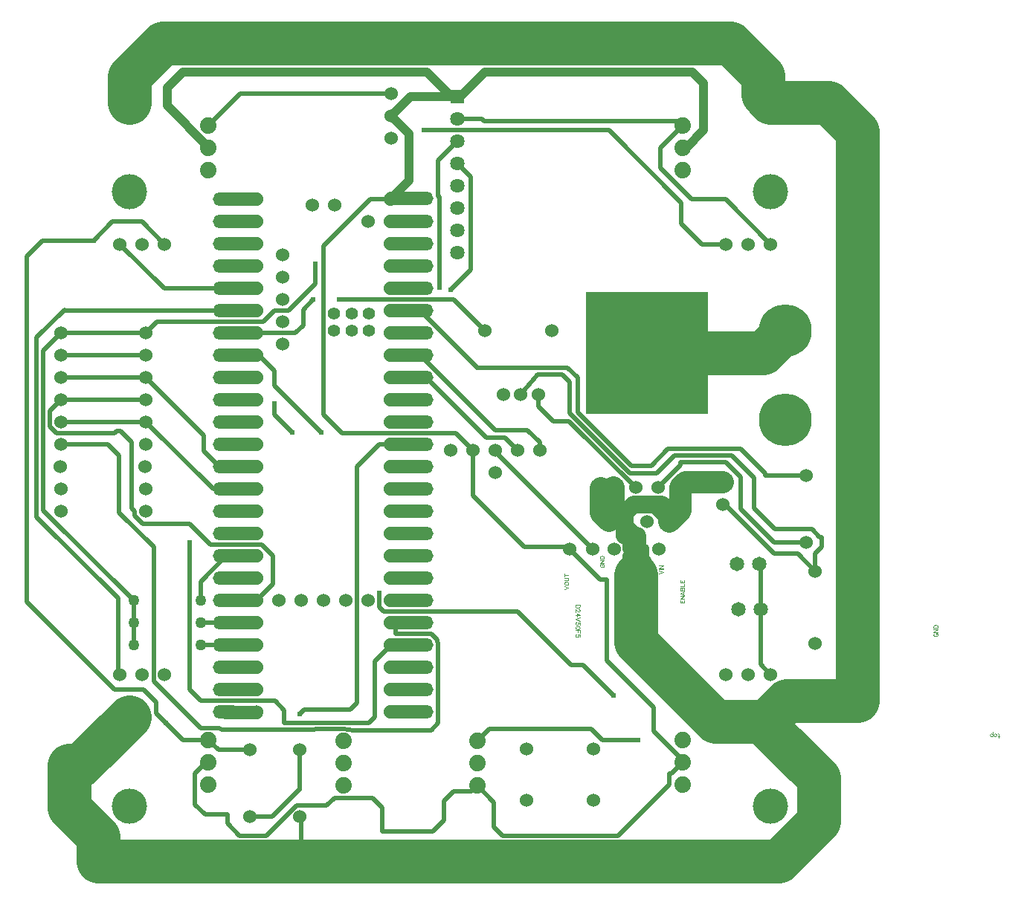
<source format=gtl>
G04 Layer: TopLayer*
G04 EasyEDA v6.5.47, 2024-09-27 14:37:58*
G04 50ea7e365bea4ea1a0dfe67087e7319b,c4deba93543447318b7234f01b5a2252,10*
G04 Gerber Generator version 0.2*
G04 Scale: 100 percent, Rotated: No, Reflected: No *
G04 Dimensions in millimeters *
G04 leading zeros omitted , absolute positions ,4 integer and 5 decimal *
%FSLAX45Y45*%
%MOMM*%

%ADD10C,0.1000*%
%ADD11C,0.1030*%
%ADD12C,0.0500*%
%ADD13C,0.5000*%
%ADD14C,1.0000*%
%ADD15C,5.0000*%
%ADD16C,2.5000*%
%ADD17C,2.0000*%
%ADD18C,1.5000*%
%ADD19R,14.0000X14.0000*%
%ADD20R,1.6332X1.6332*%
%ADD21C,1.6332*%
%ADD22C,1.5240*%
%ADD23C,1.6500*%
%ADD24C,1.8796*%
%ADD25C,4.0000*%
%ADD26C,6.0000*%
%ADD27R,1.5240X1.5240*%
%ADD28C,1.4000*%
%ADD29C,1.2600*%
%ADD30O,2.999994X1.499997*%
%ADD31C,0.6200*%
%ADD32C,0.0153*%

%LPD*%
D10*
X12096241Y-2222245D02*
G01*
X12096241Y-2183637D01*
X12093956Y-2176779D01*
X12089384Y-2174494D01*
X12084811Y-2174494D01*
X12103100Y-2206244D02*
G01*
X12087097Y-2206244D01*
X12058650Y-2206244D02*
G01*
X12063222Y-2203957D01*
X12067540Y-2199386D01*
X12069825Y-2192528D01*
X12069825Y-2187955D01*
X12067540Y-2181352D01*
X12063222Y-2176779D01*
X12058650Y-2174494D01*
X12051791Y-2174494D01*
X12047220Y-2176779D01*
X12042647Y-2181352D01*
X12040361Y-2187955D01*
X12040361Y-2192528D01*
X12042647Y-2199386D01*
X12047220Y-2203957D01*
X12051791Y-2206244D01*
X12058650Y-2206244D01*
X12025375Y-2206244D02*
G01*
X12025375Y-2158492D01*
X12025375Y-2199386D02*
G01*
X12020804Y-2203957D01*
X12016231Y-2206244D01*
X12009374Y-2206244D01*
X12004802Y-2203957D01*
X12000484Y-2199386D01*
X11998197Y-2192528D01*
X11998197Y-2187955D01*
X12000484Y-2181352D01*
X12004802Y-2176779D01*
X12009374Y-2174494D01*
X12016231Y-2174494D01*
X12020804Y-2176779D01*
X12025375Y-2181352D01*
D11*
X7327645Y-711200D02*
G01*
X7279893Y-711200D01*
X7327645Y-711200D02*
G01*
X7327645Y-727202D01*
X7325359Y-733805D01*
X7320788Y-738378D01*
X7316215Y-740663D01*
X7309358Y-742950D01*
X7297927Y-742950D01*
X7291070Y-740663D01*
X7286752Y-738378D01*
X7282179Y-733805D01*
X7279893Y-727202D01*
X7279893Y-711200D01*
X7316215Y-760221D02*
G01*
X7318502Y-760221D01*
X7323074Y-762507D01*
X7325359Y-764794D01*
X7327645Y-769365D01*
X7327645Y-778510D01*
X7325359Y-783081D01*
X7323074Y-785368D01*
X7318502Y-787654D01*
X7313929Y-787654D01*
X7309358Y-785368D01*
X7302500Y-780795D01*
X7279893Y-757936D01*
X7279893Y-789939D01*
X7327645Y-827531D02*
G01*
X7295641Y-804926D01*
X7295641Y-838962D01*
X7327645Y-827531D02*
G01*
X7279893Y-827531D01*
X7327645Y-853947D02*
G01*
X7279893Y-871981D01*
X7327645Y-890270D02*
G01*
X7279893Y-871981D01*
X7327645Y-932687D02*
G01*
X7327645Y-909828D01*
X7307072Y-907542D01*
X7309358Y-909828D01*
X7311643Y-916686D01*
X7311643Y-923544D01*
X7309358Y-930402D01*
X7304786Y-934720D01*
X7297927Y-937005D01*
X7293356Y-937005D01*
X7286752Y-934720D01*
X7282179Y-930402D01*
X7279893Y-923544D01*
X7279893Y-916686D01*
X7282179Y-909828D01*
X7284465Y-907542D01*
X7289038Y-905255D01*
X7327645Y-965707D02*
G01*
X7325359Y-958850D01*
X7318502Y-954278D01*
X7307072Y-951992D01*
X7300213Y-951992D01*
X7289038Y-954278D01*
X7282179Y-958850D01*
X7279893Y-965707D01*
X7279893Y-970279D01*
X7282179Y-977137D01*
X7289038Y-981710D01*
X7300213Y-983995D01*
X7307072Y-983995D01*
X7318502Y-981710D01*
X7325359Y-977137D01*
X7327645Y-970279D01*
X7327645Y-965707D01*
X7327645Y-998981D02*
G01*
X7279893Y-998981D01*
X7327645Y-998981D02*
G01*
X7327645Y-1028445D01*
X7304786Y-998981D02*
G01*
X7304786Y-1017015D01*
X7327645Y-1070863D02*
G01*
X7327645Y-1048004D01*
X7307072Y-1045718D01*
X7309358Y-1048004D01*
X7311643Y-1054862D01*
X7311643Y-1061720D01*
X7309358Y-1068578D01*
X7304786Y-1072895D01*
X7297927Y-1075181D01*
X7293356Y-1075181D01*
X7286752Y-1072895D01*
X7282179Y-1068578D01*
X7279893Y-1061720D01*
X7279893Y-1054862D01*
X7282179Y-1048004D01*
X7284465Y-1045718D01*
X7289038Y-1043431D01*
D12*
X7150354Y-533400D02*
G01*
X7198106Y-515112D01*
X7150354Y-497078D02*
G01*
X7198106Y-515112D01*
X7150354Y-468376D02*
G01*
X7152640Y-472947D01*
X7157211Y-477520D01*
X7161784Y-479805D01*
X7168641Y-482092D01*
X7180072Y-482092D01*
X7186929Y-479805D01*
X7191247Y-477520D01*
X7195820Y-472947D01*
X7198106Y-468376D01*
X7198106Y-459231D01*
X7195820Y-454660D01*
X7191247Y-450342D01*
X7186929Y-448055D01*
X7180072Y-445770D01*
X7168641Y-445770D01*
X7161784Y-448055D01*
X7157211Y-450342D01*
X7152640Y-454660D01*
X7150354Y-459231D01*
X7150354Y-468376D01*
X7150354Y-430784D02*
G01*
X7184643Y-430784D01*
X7191247Y-428497D01*
X7195820Y-423926D01*
X7198106Y-417068D01*
X7198106Y-412495D01*
X7195820Y-405637D01*
X7191247Y-401065D01*
X7184643Y-398779D01*
X7150354Y-398779D01*
X7150354Y-368045D02*
G01*
X7198106Y-368045D01*
X7150354Y-383794D02*
G01*
X7150354Y-352044D01*
X7568184Y-245363D02*
G01*
X7563611Y-247650D01*
X7559040Y-252221D01*
X7556754Y-256794D01*
X7556754Y-265684D01*
X7559040Y-270255D01*
X7563611Y-274828D01*
X7568184Y-277113D01*
X7575041Y-279400D01*
X7586472Y-279400D01*
X7593329Y-277113D01*
X7597647Y-274828D01*
X7602220Y-270255D01*
X7604506Y-265684D01*
X7604506Y-256794D01*
X7602220Y-252221D01*
X7597647Y-247650D01*
X7593329Y-245363D01*
X7586472Y-245363D01*
X7586472Y-256794D02*
G01*
X7586472Y-245363D01*
X7556754Y-230378D02*
G01*
X7604506Y-230378D01*
X7556754Y-230378D02*
G01*
X7604506Y-198373D01*
X7556754Y-198373D02*
G01*
X7604506Y-198373D01*
X7556754Y-183387D02*
G01*
X7604506Y-183387D01*
X7556754Y-183387D02*
G01*
X7556754Y-167639D01*
X7559040Y-160781D01*
X7563611Y-156210D01*
X7568184Y-153923D01*
X7575041Y-151637D01*
X7586472Y-151637D01*
X7593329Y-153923D01*
X7597647Y-156210D01*
X7602220Y-160781D01*
X7604506Y-167639D01*
X7604506Y-183387D01*
X11365484Y-1032763D02*
G01*
X11360911Y-1035050D01*
X11356340Y-1039621D01*
X11354054Y-1044194D01*
X11354054Y-1053084D01*
X11356340Y-1057655D01*
X11360911Y-1062228D01*
X11365484Y-1064513D01*
X11372341Y-1066800D01*
X11383772Y-1066800D01*
X11390629Y-1064513D01*
X11394947Y-1062228D01*
X11399520Y-1057655D01*
X11401806Y-1053084D01*
X11401806Y-1044194D01*
X11399520Y-1039621D01*
X11394947Y-1035050D01*
X11390629Y-1032763D01*
X11383772Y-1032763D01*
X11383772Y-1044194D02*
G01*
X11383772Y-1032763D01*
X11354054Y-1017778D02*
G01*
X11401806Y-1017778D01*
X11354054Y-1017778D02*
G01*
X11401806Y-985773D01*
X11354054Y-985773D02*
G01*
X11401806Y-985773D01*
X11354054Y-970787D02*
G01*
X11401806Y-970787D01*
X11354054Y-970787D02*
G01*
X11354054Y-955039D01*
X11356340Y-948181D01*
X11360911Y-943610D01*
X11365484Y-941323D01*
X11372341Y-939037D01*
X11383772Y-939037D01*
X11390629Y-941323D01*
X11394947Y-943610D01*
X11399520Y-948181D01*
X11401806Y-955039D01*
X11401806Y-970787D01*
X8229854Y-355600D02*
G01*
X8277606Y-337312D01*
X8229854Y-319278D02*
G01*
X8277606Y-337312D01*
X8229854Y-304292D02*
G01*
X8277606Y-304292D01*
X8229854Y-289305D02*
G01*
X8277606Y-289305D01*
X8229854Y-289305D02*
G01*
X8277606Y-257302D01*
X8229854Y-257302D02*
G01*
X8277606Y-257302D01*
X8471154Y-685800D02*
G01*
X8518906Y-685800D01*
X8471154Y-685800D02*
G01*
X8471154Y-656336D01*
X8494013Y-685800D02*
G01*
X8494013Y-667512D01*
X8518906Y-685800D02*
G01*
X8518906Y-656336D01*
X8471154Y-641350D02*
G01*
X8518906Y-641350D01*
X8471154Y-641350D02*
G01*
X8518906Y-609345D01*
X8471154Y-609345D02*
G01*
X8518906Y-609345D01*
X8471154Y-576326D02*
G01*
X8518906Y-594360D01*
X8471154Y-576326D02*
G01*
X8518906Y-558037D01*
X8503158Y-587502D02*
G01*
X8503158Y-564895D01*
X8471154Y-543052D02*
G01*
X8518906Y-543052D01*
X8471154Y-543052D02*
G01*
X8471154Y-522731D01*
X8473440Y-515873D01*
X8475725Y-513587D01*
X8480297Y-511302D01*
X8484870Y-511302D01*
X8489441Y-513587D01*
X8491727Y-515873D01*
X8494013Y-522731D01*
X8494013Y-543052D02*
G01*
X8494013Y-522731D01*
X8496300Y-515873D01*
X8498586Y-513587D01*
X8503158Y-511302D01*
X8509761Y-511302D01*
X8514334Y-513587D01*
X8516620Y-515873D01*
X8518906Y-522731D01*
X8518906Y-543052D01*
X8471154Y-496315D02*
G01*
X8518906Y-496315D01*
X8518906Y-496315D02*
G01*
X8518906Y-468884D01*
X8471154Y-453897D02*
G01*
X8518906Y-453897D01*
X8471154Y-453897D02*
G01*
X8471154Y-424434D01*
X8494013Y-453897D02*
G01*
X8494013Y-435863D01*
X8518906Y-453897D02*
G01*
X8518906Y-424434D01*
D13*
X9499981Y-1499996D02*
G01*
X9385300Y-1385315D01*
X9385300Y-762000D01*
X9372600Y-241300D02*
G01*
X9385300Y-254000D01*
X9385300Y-762000D01*
X5168900Y-914400D02*
G01*
X5232400Y-977900D01*
X5232400Y-1041400D01*
X5638800Y-1041400D01*
X5702300Y-1104900D01*
X5702300Y-1130300D01*
X5715000Y-1143000D01*
X5715000Y-2057400D01*
X5636768Y-2135631D01*
X4764531Y-2135631D01*
X3100070Y-2500121D02*
G01*
X3075431Y-2500121D01*
X2946400Y-2629154D01*
X2946400Y-2984500D01*
X3060700Y-3098800D01*
X3314700Y-3098800D01*
X3314700Y-3200400D01*
X3454400Y-3340100D01*
X3759200Y-3340100D01*
X4102100Y-2997200D01*
X4445000Y-2997200D01*
X4533900Y-2908300D01*
X3568700Y-3124200D02*
G01*
X3822700Y-3124200D01*
X4127500Y-2819400D01*
X4140200Y-2819400D01*
X4140200Y-2362200D01*
X4140200Y-3124200D02*
G01*
X4156062Y-3140062D01*
X4156062Y-3632200D01*
X1435100Y1244600D02*
G01*
X1371600Y1244600D01*
X1295400Y1320800D01*
X1295400Y1504187D01*
X1421129Y1629918D01*
X2247900Y-660400D02*
G01*
X1219200Y368300D01*
X1219200Y2189987D01*
X1421129Y2391918D01*
X2091943Y-1499870D02*
G01*
X2070100Y-1478026D01*
X2070100Y-635000D01*
X1143000Y292100D01*
X1143000Y2336800D01*
X1460500Y2654300D01*
X1473200Y2641600D01*
X3302000Y2641600D01*
X3644900Y-660400D02*
G01*
X3835400Y-469900D01*
X3835400Y-152400D01*
X3708400Y-25400D01*
X3124200Y-25400D01*
X2882900Y215900D01*
X2349500Y215900D01*
X2260600Y304800D01*
X2260600Y355600D01*
X2222500Y393700D01*
X2222500Y1143000D01*
X2095500Y1270000D01*
X2057400Y1270000D01*
X2032000Y1244600D01*
X1435100Y1244600D01*
X2386406Y1375994D02*
G01*
X3152800Y609600D01*
X3302000Y609600D01*
X2386406Y1883994D02*
G01*
X3048000Y1222400D01*
X3048000Y1041400D01*
X3225800Y863600D01*
X3302000Y863600D01*
X2091994Y3399993D02*
G01*
X2596388Y2895600D01*
X3302000Y2895600D01*
X2386406Y2391994D02*
G01*
X2509011Y2514600D01*
X3721100Y2514600D01*
X3848100Y2641600D01*
X4013200Y2641600D01*
X4318000Y2946400D01*
X4318000Y3175000D01*
X2247900Y-660400D02*
G01*
X2247900Y-914400D01*
X2247900Y-1168400D02*
G01*
X2247900Y-914400D01*
X3009900Y-1168400D02*
G01*
X3302000Y-1168400D01*
X3009900Y-914400D02*
G01*
X3302000Y-914400D01*
X3009900Y-660400D02*
G01*
X3009900Y-444500D01*
X3302000Y-152400D01*
X1421206Y1375994D02*
G01*
X2386406Y1375994D01*
X1421206Y1629994D02*
G01*
X2386406Y1629994D01*
X1421206Y1883994D02*
G01*
X2386406Y1883994D01*
X1421206Y2137994D02*
G01*
X2386406Y2137994D01*
X1421206Y2391994D02*
G01*
X2386406Y2391994D01*
X6108700Y1054100D02*
G01*
X5918200Y1244600D01*
X4622800Y1244600D01*
X4406900Y1460500D01*
X4406900Y3378200D01*
X4940300Y3911600D01*
X5168900Y3911600D01*
X6159500Y-2768600D02*
G01*
X6350000Y-2959100D01*
X6350000Y-3238500D01*
X6451600Y-3340100D01*
X7759700Y-3340100D01*
X8343900Y-2755900D01*
X8343900Y-2628900D01*
X8371077Y-2628900D01*
X8499983Y-2499995D01*
X4533900Y-2908300D02*
G01*
X4965700Y-2908300D01*
X5080000Y-3022600D01*
X5080000Y-3289300D01*
X5651500Y-3289300D01*
X5778500Y-3162300D01*
X5778500Y-2946400D01*
X5892800Y-2832100D01*
X6096000Y-2832100D01*
X6159500Y-2768600D01*
X8499983Y-2499995D02*
G01*
X8499983Y-2480182D01*
X8166100Y-2146300D01*
X8166100Y-1879600D01*
X7632700Y-1346200D01*
X7632700Y-419100D01*
X7555001Y-419100D01*
X7212101Y-76200D01*
X6108700Y1054100D02*
G01*
X6108700Y533400D01*
X6692900Y-50800D01*
X7186701Y-50800D01*
X7212101Y-76200D01*
D14*
X8499983Y4499990D02*
G01*
X8538590Y4499990D01*
X8737600Y4699000D01*
X8737600Y5232400D01*
X8610600Y5359400D01*
X6248400Y5359400D01*
X5969000Y5080000D01*
X5930900Y5080000D01*
D15*
X2199995Y5015992D02*
G01*
X2199995Y5311495D01*
X2578100Y5689600D01*
X9042400Y5689600D01*
X9410700Y5321300D01*
X9410700Y5105272D01*
X9499981Y5015992D01*
X9499981Y5015992D02*
G01*
X10160508Y5015992D01*
X10490200Y4686300D01*
X10490200Y-1803400D01*
X9680575Y-1803400D01*
X9499981Y-1983994D01*
X9499981Y-1983994D02*
G01*
X9499981Y-2133980D01*
X10045700Y-2679700D01*
X10045700Y-3175000D01*
X9588500Y-3632200D01*
X1841500Y-3632200D01*
X1841500Y-3352800D01*
X1511300Y-3022600D01*
X1511300Y-2540000D01*
X1643989Y-2540000D01*
X2199995Y-1983994D01*
X9664700Y2413000D02*
G01*
X9410700Y2159000D01*
X8089900Y2159000D01*
D16*
X8470900Y626821D02*
G01*
X8529878Y685800D01*
X8953500Y685800D01*
X8470900Y626821D02*
G01*
X8470900Y363804D01*
X8343900Y236804D01*
X8343900Y236804D02*
G01*
X8343900Y317500D01*
X8248853Y412546D01*
D17*
X7835900Y236804D02*
G01*
X7835900Y330200D01*
X7937500Y431800D01*
X8248853Y431800D01*
X7835900Y236804D02*
G01*
X7835900Y190500D01*
X7962900Y63500D01*
X7962900Y-64998D01*
X7974101Y-76200D01*
X7835900Y236804D02*
G01*
X7835900Y76504D01*
X7984997Y76504D01*
X7984997Y-65303D01*
X7974101Y-76200D01*
D14*
X7835900Y76504D02*
G01*
X7835900Y62001D01*
X7974101Y-76200D01*
X7974101Y-76200D02*
G01*
X7861782Y-76200D01*
X7861782Y76504D01*
X7974101Y-152400D02*
G01*
X8064500Y-152400D01*
X8064500Y-65303D01*
X7974075Y-152400D02*
G01*
X7861808Y-152400D01*
X7861808Y-203200D01*
X8089900Y-203200D01*
X7835900Y236804D02*
G01*
X7835900Y76504D01*
D16*
X7708900Y626871D02*
G01*
X7708900Y292100D01*
X7664450Y247650D01*
X7569200Y342900D01*
X7569200Y622300D01*
D18*
X3644900Y3657600D02*
G01*
X3302000Y3657600D01*
X3644900Y3403600D02*
G01*
X3302000Y3403600D01*
X3644900Y3149600D02*
G01*
X3302000Y3149600D01*
X3644900Y2895600D02*
G01*
X3302000Y2895600D01*
X3302000Y2641600D02*
G01*
X3644900Y2641600D01*
X3644900Y2387600D02*
G01*
X3302000Y2387600D01*
X3302000Y2133600D02*
G01*
X3644900Y2133600D01*
X3644900Y1879600D02*
G01*
X3302000Y1879600D01*
X3302000Y1625600D02*
G01*
X3644900Y1625600D01*
X3644900Y1371600D02*
G01*
X3302000Y1371600D01*
X3302000Y1117600D02*
G01*
X3644900Y1117600D01*
X3644900Y863600D02*
G01*
X3302000Y863600D01*
X3644900Y609600D02*
G01*
X3302000Y609600D01*
X3302000Y355600D02*
G01*
X3644900Y355600D01*
X3644900Y101600D02*
G01*
X3302000Y101600D01*
X3302000Y-152400D02*
G01*
X3644900Y-152400D01*
X3644900Y-406400D02*
G01*
X3302000Y-406400D01*
X3644900Y-660400D02*
G01*
X3302000Y-660400D01*
X3302000Y-914400D02*
G01*
X3644900Y-914400D01*
X3644900Y-1168400D02*
G01*
X3302000Y-1168400D01*
X3302000Y-1422400D02*
G01*
X3644900Y-1422400D01*
X3644900Y-1676400D02*
G01*
X3302000Y-1676400D01*
X3302000Y-1936750D02*
G01*
X3644900Y-1936750D01*
X5168900Y-1930400D02*
G01*
X5511800Y-1930400D01*
X5168900Y-1676400D02*
G01*
X5511800Y-1676400D01*
X5168900Y-1422400D02*
G01*
X5511800Y-1422400D01*
X5168900Y-1168400D02*
G01*
X5511800Y-1168400D01*
X5168900Y-914400D02*
G01*
X5511800Y-914400D01*
X5168900Y-660400D02*
G01*
X5511800Y-660400D01*
X5168900Y-406400D02*
G01*
X5511800Y-406400D01*
X5168900Y-152400D02*
G01*
X5511800Y-152400D01*
X5168900Y101600D02*
G01*
X5511800Y101600D01*
X5168900Y355600D02*
G01*
X5511800Y355600D01*
X5168900Y609600D02*
G01*
X5511800Y609600D01*
X5168900Y863600D02*
G01*
X5511800Y863600D01*
X5168900Y1117600D02*
G01*
X5511800Y1117600D01*
X5168900Y1371600D02*
G01*
X5511800Y1371600D01*
X5168900Y1625600D02*
G01*
X5511800Y1625600D01*
X5168900Y1879600D02*
G01*
X5511800Y1879600D01*
X5168900Y2133600D02*
G01*
X5511800Y2133600D01*
X5168900Y2387600D02*
G01*
X5511800Y2387600D01*
X5168900Y2641600D02*
G01*
X5511800Y2641600D01*
X3302000Y3911600D02*
G01*
X3644900Y3911600D01*
X5168900Y2895600D02*
G01*
X5511800Y2895600D01*
X5168900Y3149600D02*
G01*
X5511800Y3149600D01*
X5168900Y3403600D02*
G01*
X5511800Y3403600D01*
X5168900Y3657600D02*
G01*
X5511800Y3657600D01*
X5168900Y3911600D02*
G01*
X5181600Y3924300D01*
X5511800Y3924300D01*
D14*
X5930900Y5080000D02*
G01*
X5397500Y5080000D01*
X5181600Y4864100D01*
X5181600Y4864100D02*
G01*
X5384800Y4660900D01*
X5384800Y4127500D01*
X5168900Y3911600D01*
X3099993Y4499990D02*
G01*
X3099993Y4507306D01*
X2628900Y4978400D01*
X2628900Y5181600D01*
X2806700Y5359400D01*
X5588000Y5359400D01*
X5867400Y5080000D01*
X5930900Y5080000D01*
D13*
X9906000Y0D02*
G01*
X9537700Y0D01*
X9156700Y381000D01*
X9156700Y749300D01*
X8991600Y914400D01*
X8470900Y914400D01*
X8470900Y880821D01*
X8216900Y626821D01*
X10007600Y-324104D02*
G01*
X9810495Y-127000D01*
X9537700Y-127000D01*
X8978900Y431800D01*
X8953500Y431800D01*
X6248400Y2413000D02*
G01*
X5892800Y2768600D01*
X5740400Y2768600D01*
X4991100Y2768600D01*
X4584700Y2768600D01*
X4292600Y2768600D02*
G01*
X4178300Y2654300D01*
X4178300Y2476500D01*
X4089400Y2387600D01*
X3644900Y2387600D01*
X5930900Y4572000D02*
G01*
X5715000Y4356100D01*
X5715000Y3949700D01*
X5727700Y3937000D01*
X5727700Y2908300D01*
X5511800Y2133600D02*
G01*
X6362700Y1282700D01*
X6731000Y1282700D01*
X6870700Y1143000D01*
X6870700Y1054100D01*
X6616700Y1054100D02*
G01*
X6477000Y1193800D01*
X6261100Y1193800D01*
X5575300Y1879600D01*
X5511800Y1879600D01*
X5854700Y2882900D02*
G01*
X6083300Y3111500D01*
X6083300Y4165600D01*
X5930900Y4318000D01*
X4140200Y-1955800D02*
G01*
X4191000Y-1905000D01*
X4711700Y-1905000D01*
X4787900Y-1828800D01*
X4787900Y863600D01*
X5041900Y1117600D01*
X5168900Y1117600D01*
X4381500Y1257300D02*
G01*
X3848100Y1790700D01*
X3848100Y1955800D01*
X3670300Y2133600D01*
X3644900Y2133600D01*
X7708900Y-1739900D02*
G01*
X7366000Y-1397000D01*
X7226300Y-1397000D01*
X6616700Y-787400D01*
X5626100Y-787400D01*
X5092700Y-787400D01*
X5041900Y-736600D01*
X5041900Y-571500D01*
X4051300Y1257300D02*
G01*
X3848100Y1460500D01*
X3848100Y1587500D01*
X3099993Y4753990D02*
G01*
X3464102Y5118100D01*
X5181600Y5118100D01*
X8992108Y3400044D02*
G01*
X8715756Y3400044D01*
X8483600Y3632200D01*
X8483600Y3873500D01*
X7658100Y4699000D01*
X5549900Y4699000D01*
X9499981Y3399993D02*
G01*
X8988374Y3911600D01*
X8597900Y3911600D01*
X8242300Y4267200D01*
X8242300Y4496307D01*
X8499983Y4753990D01*
X8499983Y4753990D02*
G01*
X8453374Y4800600D01*
X6235700Y4800600D01*
X6210300Y4826000D01*
X5930900Y4826000D01*
X1790700Y3441700D02*
G01*
X2006600Y3657600D01*
X2342388Y3657600D01*
X2599994Y3399993D01*
X2616200Y-2057400D02*
G01*
X2804795Y-2245995D01*
X3099993Y-2245995D01*
X2616200Y-2057400D02*
G01*
X2501900Y-1943100D01*
X2501900Y-1816100D01*
X2362200Y-1676400D01*
X2032000Y-1676400D01*
X1028700Y-673100D01*
X1028700Y3263900D01*
X1206500Y3441700D01*
X1790700Y3441700D01*
X3099993Y-2245995D02*
G01*
X3216198Y-2362200D01*
X3568700Y-2362200D01*
X7476109Y-76200D02*
G01*
X6362700Y1037209D01*
X6362700Y1054100D01*
X7988300Y-2245995D02*
G01*
X7579995Y-2245995D01*
X7454900Y-2120900D01*
X6299200Y-2120900D01*
X6159500Y-2260600D01*
X9906000Y762000D02*
G01*
X9436100Y762000D01*
X9436100Y787400D01*
X9156700Y1066800D01*
X8331200Y1066800D01*
X8140700Y876300D01*
X7912100Y876300D01*
X7302500Y1485900D01*
X7302500Y1879600D01*
X7188200Y1993900D01*
X6154927Y1993900D01*
X6154927Y1998471D01*
X5511800Y2641600D01*
X10007600Y-324104D02*
G01*
X10007600Y-127000D01*
X10083800Y-50800D01*
X10083800Y63500D01*
X10058400Y63500D01*
X9969500Y152400D01*
X9550400Y152400D01*
X9309100Y393700D01*
X9309100Y736600D01*
X9055100Y990600D01*
X8407400Y990600D01*
X8204200Y787400D01*
X7899400Y787400D01*
X7213600Y1473200D01*
X7213600Y1828800D01*
X7124700Y1917700D01*
X6845300Y1917700D01*
X6654800Y1689100D01*
X7962900Y626871D02*
G01*
X7205472Y1384300D01*
X7023100Y1384300D01*
X6858000Y1549400D01*
X6858000Y1685797D01*
X6854697Y1689100D01*
X5168900Y-1174750D02*
G01*
X4991100Y-1352550D01*
X4991100Y-1987550D01*
X4927600Y-2051050D01*
X3964520Y-2051050D01*
X3964520Y-1907115D01*
X3860800Y-1803400D01*
X3009900Y-1803400D01*
X3009900Y-1797161D01*
X2882900Y-1670161D01*
X2882900Y-6350D01*
X4764531Y-2135631D02*
G01*
X4679188Y-2133600D01*
X4648200Y-2120900D01*
X4644948Y-2120900D01*
X4318000Y-2120900D01*
X4305300Y-2133600D01*
X3251200Y-2133600D01*
X3227730Y-2110130D01*
X3009900Y-2110130D01*
X2476500Y-1576730D01*
X2476500Y-50800D01*
X2082800Y342900D01*
X2082800Y990600D01*
X1951405Y1121994D01*
X1421206Y1121994D01*
D15*
X9500108Y-2034794D02*
G01*
X8867393Y-2034794D01*
X7962900Y-1130300D01*
X7962900Y-367284D01*
D19*
G01*
X8089900Y2159000D03*
D20*
G01*
X5930900Y5080000D03*
D21*
G01*
X5930900Y4826000D03*
G01*
X5930900Y4572000D03*
G01*
X5930900Y4318000D03*
G01*
X5930900Y4064000D03*
G01*
X5930900Y3810000D03*
G01*
X5930900Y3556000D03*
G01*
X5930900Y3302000D03*
D22*
G01*
X6248400Y2413000D03*
G01*
X7010400Y2413000D03*
D23*
G01*
X9131300Y-762000D03*
G01*
X9385300Y-762000D03*
G01*
X9118600Y-241300D03*
G01*
X9372600Y-241300D03*
D24*
G01*
X3099993Y4245990D03*
G01*
X3099993Y4499990D03*
G01*
X3099993Y4753990D03*
G01*
X8499983Y4245990D03*
G01*
X8499983Y4499990D03*
G01*
X8499983Y4753990D03*
G01*
X8499983Y-2753995D03*
G01*
X8499983Y-2499995D03*
G01*
X8499983Y-2245995D03*
G01*
X3099993Y-2753995D03*
G01*
X3099993Y-2499995D03*
G01*
X3099993Y-2245995D03*
D22*
G01*
X4140200Y-3124200D03*
G01*
X4140200Y-2362200D03*
G01*
X6718300Y-2349500D03*
G01*
X7480300Y-2349500D03*
G01*
X3568700Y-3124200D03*
G01*
X3568700Y-2362200D03*
G01*
X6718300Y-2933700D03*
G01*
X7480300Y-2933700D03*
G01*
X8953500Y431800D03*
G01*
X8953500Y685800D03*
G01*
X2599994Y3399993D03*
G01*
X2345994Y3399993D03*
G01*
X2091994Y3399993D03*
G01*
X5181600Y5118100D03*
G01*
X5181600Y4864100D03*
G01*
X5181600Y4610100D03*
G01*
X9499981Y3399993D03*
G01*
X9245981Y3399993D03*
G01*
X8991981Y3399993D03*
G01*
X9499981Y-1499996D03*
G01*
X9245981Y-1499996D03*
G01*
X8991981Y-1499996D03*
G01*
X2599994Y-1499996D03*
G01*
X2345994Y-1499996D03*
G01*
X2091994Y-1499996D03*
D25*
G01*
X2199995Y3999992D03*
G01*
X2199995Y5015992D03*
G01*
X2199995Y-2999994D03*
G01*
X2199995Y-1983994D03*
G01*
X9499981Y3999992D03*
G01*
X9499981Y5015992D03*
G01*
X9499981Y-2999994D03*
G01*
X9499981Y-1983994D03*
D26*
G01*
X9664700Y1397000D03*
G01*
X9664700Y2413000D03*
D27*
G01*
X7708900Y626821D03*
D22*
G01*
X7835900Y236804D03*
G01*
X7962900Y626821D03*
G01*
X8089900Y236804D03*
G01*
X8216900Y626821D03*
G01*
X8343900Y236804D03*
G01*
X8470900Y626821D03*
G01*
X10007600Y-1149095D03*
G01*
X10007600Y-324104D03*
G01*
X6454800Y1689100D03*
G01*
X6654800Y1689100D03*
G01*
X6854799Y1689100D03*
G01*
X9906000Y0D03*
G01*
X9906000Y762000D03*
G01*
X3644900Y-1930400D03*
G01*
X3644900Y-1422400D03*
G01*
X3644900Y-1168400D03*
G01*
X3644900Y-1676400D03*
G01*
X3644900Y-914400D03*
G01*
X5168900Y-1676400D03*
G01*
X5168900Y-1930400D03*
G01*
X3644900Y-660400D03*
G01*
X3898900Y-660400D03*
G01*
X4152900Y-660400D03*
G01*
X4406900Y-660400D03*
G01*
X4660900Y-660400D03*
G01*
X4914900Y-660400D03*
G01*
X5168900Y-660400D03*
G01*
X5168900Y-914400D03*
G01*
X5168900Y-1168400D03*
G01*
X5168900Y-1422400D03*
G01*
X3644900Y-406400D03*
G01*
X3644900Y101600D03*
G01*
X3644900Y355600D03*
G01*
X3644900Y609600D03*
G01*
X3644900Y863600D03*
G01*
X3644900Y1117600D03*
G01*
X3644900Y1371600D03*
G01*
X3644900Y1625600D03*
G01*
X3644900Y1879600D03*
G01*
X3644900Y2133600D03*
G01*
X3644900Y2387600D03*
G01*
X3644900Y2641600D03*
G01*
X3644900Y2895600D03*
G01*
X3644900Y3149600D03*
G01*
X3644900Y3403600D03*
G01*
X3644900Y3657600D03*
G01*
X3644900Y3911600D03*
G01*
X5168900Y3911600D03*
G01*
X5168900Y3657600D03*
G01*
X5168900Y3403600D03*
G01*
X5168900Y3149600D03*
G01*
X5168900Y2895600D03*
G01*
X5168900Y2641600D03*
G01*
X5168900Y2387600D03*
G01*
X5168900Y2133600D03*
G01*
X5168900Y1879600D03*
G01*
X5168900Y1625600D03*
G01*
X5168900Y1371600D03*
G01*
X5168900Y1117600D03*
G01*
X5168900Y863600D03*
G01*
X5168900Y609600D03*
G01*
X5168900Y355600D03*
G01*
X5168900Y101600D03*
G01*
X5168900Y-406400D03*
G01*
X4914900Y3657600D03*
D28*
G01*
X4728895Y2614599D03*
G01*
X4928895Y2414600D03*
G01*
X4928895Y2614599D03*
D22*
G01*
X5168900Y-152400D03*
G01*
X3644900Y-152400D03*
G01*
X4279900Y3850589D03*
G01*
X4533900Y3850589D03*
G01*
X3944899Y3276600D03*
G01*
X3944899Y3022600D03*
G01*
X3944899Y2768600D03*
G01*
X3944899Y2514600D03*
G01*
X3944899Y2260600D03*
D28*
G01*
X4528896Y2614599D03*
G01*
X4728895Y2414600D03*
G01*
X4528896Y2414600D03*
D22*
G01*
X5854700Y1054100D03*
G01*
X6108700Y1054100D03*
G01*
X6362700Y1054100D03*
G01*
X6616700Y1054100D03*
G01*
X6870700Y1054100D03*
G01*
X6362700Y800100D03*
G01*
X7974101Y-76200D03*
G01*
X8228101Y-76200D03*
G01*
X7476109Y-76200D03*
G01*
X7720101Y-76200D03*
G01*
X7212101Y-76200D03*
D29*
G01*
X2247900Y-660400D03*
G01*
X3009900Y-660400D03*
G01*
X2247900Y-914400D03*
G01*
X3009900Y-914400D03*
G01*
X2247900Y-1168400D03*
G01*
X3009900Y-1168400D03*
D22*
G01*
X2386406Y359994D03*
G01*
X2386406Y613994D03*
G01*
X2373706Y867994D03*
G01*
X2386406Y1121994D03*
G01*
X2386406Y1375994D03*
G01*
X2386406Y1629994D03*
G01*
X2386406Y1883994D03*
G01*
X2386406Y2137994D03*
G01*
X2386406Y2391994D03*
G01*
X1421206Y359994D03*
G01*
X1421206Y613994D03*
G01*
X1408506Y867994D03*
G01*
X1421206Y1121994D03*
G01*
X1421206Y1375994D03*
G01*
X1421206Y1629994D03*
G01*
X1421206Y1883994D03*
G01*
X1421206Y2137994D03*
G01*
X1421206Y2391994D03*
D24*
G01*
X4635500Y-2260600D03*
G01*
X4635500Y-2514600D03*
G01*
X4635500Y-2768600D03*
G01*
X6159500Y-2260600D03*
G01*
X6159500Y-2514600D03*
G01*
X6159500Y-2768600D03*
D30*
G01*
X3302000Y863600D03*
G01*
X3302000Y1117600D03*
G01*
X3302000Y1371600D03*
G01*
X3302000Y1625600D03*
G01*
X3302000Y1879600D03*
G01*
X3302000Y2133600D03*
G01*
X3302000Y2387600D03*
G01*
X3302000Y2641600D03*
G01*
X3302000Y2895600D03*
G01*
X3302000Y3149600D03*
G01*
X3302000Y3403600D03*
G01*
X3302000Y3657600D03*
G01*
X3302000Y3911600D03*
G01*
X3302000Y609600D03*
G01*
X3302000Y355600D03*
G01*
X3302000Y101600D03*
G01*
X3302000Y-152400D03*
G01*
X3302000Y-406400D03*
G01*
X3302000Y-660400D03*
G01*
X3302000Y-914400D03*
G01*
X3302000Y-1168400D03*
G01*
X3302000Y-1422400D03*
G01*
X3302000Y-1676400D03*
G01*
X3302000Y-1930400D03*
G01*
X5511800Y3657600D03*
G01*
X5511800Y3403600D03*
G01*
X5511800Y3149600D03*
G01*
X5511800Y2895600D03*
G01*
X5511800Y2641600D03*
G01*
X5511800Y2387600D03*
G01*
X5511800Y2133600D03*
G01*
X5511800Y1879600D03*
G01*
X5511800Y1625600D03*
G01*
X5511800Y1371600D03*
G01*
X5511800Y1117600D03*
G01*
X5511800Y863600D03*
G01*
X5511800Y609600D03*
G01*
X5511800Y355600D03*
G01*
X5511800Y101600D03*
G01*
X5511800Y-152400D03*
G01*
X5511800Y-406400D03*
G01*
X5511800Y-660400D03*
G01*
X5511800Y-914400D03*
G01*
X5511800Y-1168400D03*
G01*
X5511800Y-1422400D03*
G01*
X5511800Y-1676400D03*
G01*
X5511800Y-1930400D03*
G01*
X5511800Y3924300D03*
D31*
G01*
X4318000Y3175000D03*
G01*
X2882900Y0D03*
G01*
X4584700Y2768600D03*
G01*
X4292600Y2768600D03*
G01*
X5727700Y2908300D03*
G01*
X5854700Y2882900D03*
G01*
X5549900Y4699000D03*
G01*
X4140200Y-1955800D03*
G01*
X4381500Y1257300D03*
G01*
X7708900Y-1739900D03*
G01*
X5041900Y-571500D03*
G01*
X4051300Y1257300D03*
G01*
X3848100Y1587500D03*
G01*
X1790700Y3441700D03*
G01*
X2616200Y-2057400D03*
G01*
X7988300Y-2245995D03*
M02*

</source>
